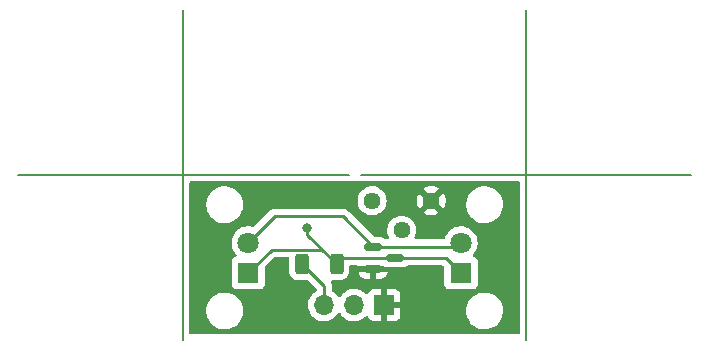
<source format=gbr>
%TF.GenerationSoftware,KiCad,Pcbnew,(6.0.4)*%
%TF.CreationDate,2024-08-12T15:42:03+08:00*%
%TF.ProjectId,laser tanks,6c617365-7220-4746-916e-6b732e6b6963,rev?*%
%TF.SameCoordinates,Original*%
%TF.FileFunction,Copper,L1,Top*%
%TF.FilePolarity,Positive*%
%FSLAX46Y46*%
G04 Gerber Fmt 4.6, Leading zero omitted, Abs format (unit mm)*
G04 Created by KiCad (PCBNEW (6.0.4)) date 2024-08-12 15:42:03*
%MOMM*%
%LPD*%
G01*
G04 APERTURE LIST*
G04 Aperture macros list*
%AMRoundRect*
0 Rectangle with rounded corners*
0 $1 Rounding radius*
0 $2 $3 $4 $5 $6 $7 $8 $9 X,Y pos of 4 corners*
0 Add a 4 corners polygon primitive as box body*
4,1,4,$2,$3,$4,$5,$6,$7,$8,$9,$2,$3,0*
0 Add four circle primitives for the rounded corners*
1,1,$1+$1,$2,$3*
1,1,$1+$1,$4,$5*
1,1,$1+$1,$6,$7*
1,1,$1+$1,$8,$9*
0 Add four rect primitives between the rounded corners*
20,1,$1+$1,$2,$3,$4,$5,0*
20,1,$1+$1,$4,$5,$6,$7,0*
20,1,$1+$1,$6,$7,$8,$9,0*
20,1,$1+$1,$8,$9,$2,$3,0*%
G04 Aperture macros list end*
%TA.AperFunction,NonConductor*%
%ADD10C,0.200000*%
%TD*%
%TA.AperFunction,ComponentPad*%
%ADD11C,1.440000*%
%TD*%
%TA.AperFunction,SMDPad,CuDef*%
%ADD12RoundRect,0.150000X-0.587500X-0.150000X0.587500X-0.150000X0.587500X0.150000X-0.587500X0.150000X0*%
%TD*%
%TA.AperFunction,ComponentPad*%
%ADD13R,1.800000X1.800000*%
%TD*%
%TA.AperFunction,ComponentPad*%
%ADD14C,1.800000*%
%TD*%
%TA.AperFunction,SMDPad,CuDef*%
%ADD15RoundRect,0.250000X-0.312500X-0.625000X0.312500X-0.625000X0.312500X0.625000X-0.312500X0.625000X0*%
%TD*%
%TA.AperFunction,ComponentPad*%
%ADD16R,1.700000X1.700000*%
%TD*%
%TA.AperFunction,ComponentPad*%
%ADD17O,1.700000X1.700000*%
%TD*%
%TA.AperFunction,ViaPad*%
%ADD18C,0.800000*%
%TD*%
%TA.AperFunction,Conductor*%
%ADD19C,0.250000*%
%TD*%
G04 APERTURE END LIST*
D10*
X100500000Y-86500000D02*
X100500000Y-114500000D01*
X114500000Y-100500000D02*
X86500000Y-100500000D01*
X129500000Y-86500000D02*
X129500000Y-114500000D01*
X143500000Y-100500000D02*
X115500000Y-100500000D01*
D11*
%TO.P,RV1,1,1*%
%TO.N,VCC*%
X116475000Y-102675000D03*
%TO.P,RV1,2,2*%
%TO.N,Net-(RV1-Pad2)*%
X118975000Y-105175000D03*
%TO.P,RV1,3,3*%
%TO.N,GND*%
X121475000Y-102675000D03*
%TD*%
D12*
%TO.P,Q3,1,B*%
%TO.N,Net-(Q1-Pad2)*%
X116562500Y-106550000D03*
%TO.P,Q3,2,E*%
%TO.N,GND*%
X116562500Y-108450000D03*
%TO.P,Q3,3,C*%
%TO.N,Net-(Q1-Pad1)*%
X118437500Y-107500000D03*
%TD*%
D13*
%TO.P,Q2,1,C*%
%TO.N,Net-(Q1-Pad1)*%
X124000000Y-108770000D03*
D14*
%TO.P,Q2,2,E*%
%TO.N,Net-(Q1-Pad2)*%
X124000000Y-106230000D03*
%TD*%
D13*
%TO.P,Q1,1,C*%
%TO.N,Net-(Q1-Pad1)*%
X106000000Y-108770000D03*
D14*
%TO.P,Q1,2,E*%
%TO.N,Net-(Q1-Pad2)*%
X106000000Y-106230000D03*
%TD*%
D15*
%TO.P,R1,1*%
%TO.N,VCC*%
X110537500Y-108000000D03*
%TO.P,R1,2*%
%TO.N,Net-(Q1-Pad1)*%
X113462500Y-108000000D03*
%TD*%
D16*
%TO.P,J1,1,Pin_1*%
%TO.N,GND*%
X117500000Y-111500000D03*
D17*
%TO.P,J1,2,Pin_2*%
%TO.N,Net-(J1-Pad2)*%
X114960000Y-111500000D03*
%TO.P,J1,3,Pin_3*%
%TO.N,VCC*%
X112420000Y-111500000D03*
%TD*%
D18*
%TO.N,Net-(Q1-Pad1)*%
X111000000Y-105000000D03*
%TD*%
D19*
%TO.N,Net-(Q1-Pad1)*%
X111000000Y-105537500D02*
X113462500Y-108000000D01*
X111000000Y-105000000D02*
X111000000Y-105537500D01*
%TO.N,Net-(Q1-Pad2)*%
X108230000Y-104000000D02*
X106000000Y-106230000D01*
X114012500Y-104000000D02*
X108230000Y-104000000D01*
X116562500Y-106550000D02*
X114012500Y-104000000D01*
%TO.N,Net-(Q1-Pad1)*%
X112262980Y-106800480D02*
X107969520Y-106800480D01*
X107969520Y-106800480D02*
X106000000Y-108770000D01*
X113462500Y-108000000D02*
X112262980Y-106800480D01*
X122730000Y-107500000D02*
X118437500Y-107500000D01*
X124000000Y-108770000D02*
X122730000Y-107500000D01*
X124185000Y-108585000D02*
X124000000Y-108770000D01*
X113962500Y-107500000D02*
X118437500Y-107500000D01*
X113462500Y-108000000D02*
X113962500Y-107500000D01*
%TO.N,VCC*%
X110537500Y-108000000D02*
X112420000Y-109882500D01*
X112420000Y-109882500D02*
X112420000Y-111500000D01*
%TO.N,Net-(Q1-Pad2)*%
X116562500Y-106550000D02*
X124495000Y-106550000D01*
%TD*%
%TA.AperFunction,Conductor*%
%TO.N,GND*%
G36*
X128933621Y-101028502D02*
G01*
X128980114Y-101082158D01*
X128991500Y-101134500D01*
X128991500Y-113865500D01*
X128971498Y-113933621D01*
X128917842Y-113980114D01*
X128865500Y-113991500D01*
X101134500Y-113991500D01*
X101066379Y-113971498D01*
X101019886Y-113917842D01*
X101008500Y-113865500D01*
X101008500Y-112054568D01*
X102437382Y-112054568D01*
X102466208Y-112303699D01*
X102467587Y-112308573D01*
X102467588Y-112308577D01*
X102515315Y-112477240D01*
X102534494Y-112545017D01*
X102536628Y-112549592D01*
X102536630Y-112549599D01*
X102638347Y-112767731D01*
X102640484Y-112772313D01*
X102643326Y-112776494D01*
X102643326Y-112776495D01*
X102778605Y-112975552D01*
X102778608Y-112975556D01*
X102781451Y-112979739D01*
X102784928Y-112983416D01*
X102784929Y-112983417D01*
X102885238Y-113089491D01*
X102953767Y-113161959D01*
X102957793Y-113165037D01*
X102957794Y-113165038D01*
X103148981Y-113311212D01*
X103148985Y-113311215D01*
X103153001Y-113314285D01*
X103374026Y-113432797D01*
X103378807Y-113434443D01*
X103378811Y-113434445D01*
X103604538Y-113512169D01*
X103611156Y-113514448D01*
X103714689Y-113532331D01*
X103854380Y-113556460D01*
X103854386Y-113556461D01*
X103858290Y-113557135D01*
X103862251Y-113557315D01*
X103862252Y-113557315D01*
X103886931Y-113558436D01*
X103886950Y-113558436D01*
X103888350Y-113558500D01*
X104063015Y-113558500D01*
X104065523Y-113558298D01*
X104065528Y-113558298D01*
X104244944Y-113543863D01*
X104244949Y-113543862D01*
X104249985Y-113543457D01*
X104254893Y-113542252D01*
X104254896Y-113542251D01*
X104488625Y-113484841D01*
X104493539Y-113483634D01*
X104498191Y-113481659D01*
X104498195Y-113481658D01*
X104719741Y-113387617D01*
X104719742Y-113387617D01*
X104724396Y-113385641D01*
X104936615Y-113252000D01*
X105124738Y-113086147D01*
X105283924Y-112892351D01*
X105410078Y-112675596D01*
X105413036Y-112667892D01*
X105485946Y-112477954D01*
X105499955Y-112441461D01*
X105507739Y-112404205D01*
X105550206Y-112200921D01*
X105551241Y-112195967D01*
X105553437Y-112147625D01*
X105557662Y-112054568D01*
X105562618Y-111945432D01*
X105533792Y-111696301D01*
X105531929Y-111689715D01*
X105466884Y-111459852D01*
X105466883Y-111459850D01*
X105465506Y-111454983D01*
X105463372Y-111450408D01*
X105463370Y-111450401D01*
X105361653Y-111232269D01*
X105361651Y-111232265D01*
X105359516Y-111227687D01*
X105356674Y-111223505D01*
X105221395Y-111024448D01*
X105221392Y-111024444D01*
X105218549Y-111020261D01*
X105117925Y-110913853D01*
X105049713Y-110841721D01*
X105046233Y-110838041D01*
X105037514Y-110831375D01*
X104851019Y-110688788D01*
X104851015Y-110688785D01*
X104846999Y-110685715D01*
X104625974Y-110567203D01*
X104621193Y-110565557D01*
X104621189Y-110565555D01*
X104393633Y-110487201D01*
X104388844Y-110485552D01*
X104285311Y-110467669D01*
X104145620Y-110443540D01*
X104145614Y-110443539D01*
X104141710Y-110442865D01*
X104137749Y-110442685D01*
X104137748Y-110442685D01*
X104113069Y-110441564D01*
X104113050Y-110441564D01*
X104111650Y-110441500D01*
X103936985Y-110441500D01*
X103934477Y-110441702D01*
X103934472Y-110441702D01*
X103755056Y-110456137D01*
X103755051Y-110456138D01*
X103750015Y-110456543D01*
X103745107Y-110457748D01*
X103745104Y-110457749D01*
X103545097Y-110506876D01*
X103506461Y-110516366D01*
X103501809Y-110518341D01*
X103501805Y-110518342D01*
X103280259Y-110612383D01*
X103275604Y-110614359D01*
X103063385Y-110748000D01*
X102875262Y-110913853D01*
X102716076Y-111107649D01*
X102589922Y-111324404D01*
X102500045Y-111558539D01*
X102448759Y-111804033D01*
X102437382Y-112054568D01*
X101008500Y-112054568D01*
X101008500Y-106195469D01*
X104587095Y-106195469D01*
X104587392Y-106200622D01*
X104587392Y-106200625D01*
X104592888Y-106295938D01*
X104600427Y-106426697D01*
X104601564Y-106431743D01*
X104601565Y-106431749D01*
X104633741Y-106574523D01*
X104651346Y-106652642D01*
X104653288Y-106657424D01*
X104653289Y-106657428D01*
X104723231Y-106829673D01*
X104738484Y-106867237D01*
X104859501Y-107064719D01*
X104862882Y-107068622D01*
X104971304Y-107193788D01*
X105000786Y-107258373D01*
X104990671Y-107328646D01*
X104944170Y-107382294D01*
X104920296Y-107394267D01*
X104864515Y-107415179D01*
X104853295Y-107419385D01*
X104736739Y-107506739D01*
X104649385Y-107623295D01*
X104598255Y-107759684D01*
X104591500Y-107821866D01*
X104591500Y-109718134D01*
X104598255Y-109780316D01*
X104649385Y-109916705D01*
X104736739Y-110033261D01*
X104853295Y-110120615D01*
X104989684Y-110171745D01*
X105051866Y-110178500D01*
X106948134Y-110178500D01*
X107010316Y-110171745D01*
X107146705Y-110120615D01*
X107263261Y-110033261D01*
X107350615Y-109916705D01*
X107401745Y-109780316D01*
X107408500Y-109718134D01*
X107408500Y-108309594D01*
X107428502Y-108241474D01*
X107445405Y-108220499D01*
X108195021Y-107470884D01*
X108257333Y-107436859D01*
X108284116Y-107433980D01*
X109340500Y-107433980D01*
X109408621Y-107453982D01*
X109455114Y-107507638D01*
X109466500Y-107559980D01*
X109466500Y-108675400D01*
X109466837Y-108678646D01*
X109466837Y-108678650D01*
X109476162Y-108768519D01*
X109477474Y-108781166D01*
X109479655Y-108787702D01*
X109479655Y-108787704D01*
X109507185Y-108870221D01*
X109533450Y-108948946D01*
X109626522Y-109099348D01*
X109751697Y-109224305D01*
X109757927Y-109228145D01*
X109757928Y-109228146D01*
X109895090Y-109312694D01*
X109902262Y-109317115D01*
X109982005Y-109343564D01*
X110063611Y-109370632D01*
X110063613Y-109370632D01*
X110070139Y-109372797D01*
X110076975Y-109373497D01*
X110076978Y-109373498D01*
X110120031Y-109377909D01*
X110174600Y-109383500D01*
X110900400Y-109383500D01*
X110903644Y-109383163D01*
X110903652Y-109383163D01*
X110953699Y-109377970D01*
X111023520Y-109390835D01*
X111055797Y-109414202D01*
X111749595Y-110108000D01*
X111783621Y-110170312D01*
X111786500Y-110197095D01*
X111786500Y-110221692D01*
X111766498Y-110289813D01*
X111718683Y-110333453D01*
X111693607Y-110346507D01*
X111689474Y-110349610D01*
X111689471Y-110349612D01*
X111545446Y-110457749D01*
X111514965Y-110480635D01*
X111481973Y-110515159D01*
X111389064Y-110612383D01*
X111360629Y-110642138D01*
X111357720Y-110646403D01*
X111357714Y-110646411D01*
X111290254Y-110745304D01*
X111234743Y-110826680D01*
X111195831Y-110910509D01*
X111142943Y-111024448D01*
X111140688Y-111029305D01*
X111080989Y-111244570D01*
X111057251Y-111466695D01*
X111057548Y-111471848D01*
X111057548Y-111471851D01*
X111062832Y-111563491D01*
X111070110Y-111689715D01*
X111071247Y-111694761D01*
X111071248Y-111694767D01*
X111085606Y-111758475D01*
X111119222Y-111907639D01*
X111203266Y-112114616D01*
X111250020Y-112190912D01*
X111317291Y-112300688D01*
X111319987Y-112305088D01*
X111466250Y-112473938D01*
X111638126Y-112616632D01*
X111831000Y-112729338D01*
X112039692Y-112809030D01*
X112044760Y-112810061D01*
X112044763Y-112810062D01*
X112152017Y-112831883D01*
X112258597Y-112853567D01*
X112263772Y-112853757D01*
X112263774Y-112853757D01*
X112476673Y-112861564D01*
X112476677Y-112861564D01*
X112481837Y-112861753D01*
X112486957Y-112861097D01*
X112486959Y-112861097D01*
X112698288Y-112834025D01*
X112698289Y-112834025D01*
X112703416Y-112833368D01*
X112708366Y-112831883D01*
X112912429Y-112770661D01*
X112912434Y-112770659D01*
X112917384Y-112769174D01*
X113117994Y-112670896D01*
X113299860Y-112541173D01*
X113458096Y-112383489D01*
X113511926Y-112308577D01*
X113588453Y-112202077D01*
X113589776Y-112203028D01*
X113636645Y-112159857D01*
X113706580Y-112147625D01*
X113772026Y-112175144D01*
X113799875Y-112206994D01*
X113859987Y-112305088D01*
X114006250Y-112473938D01*
X114178126Y-112616632D01*
X114371000Y-112729338D01*
X114579692Y-112809030D01*
X114584760Y-112810061D01*
X114584763Y-112810062D01*
X114692017Y-112831883D01*
X114798597Y-112853567D01*
X114803772Y-112853757D01*
X114803774Y-112853757D01*
X115016673Y-112861564D01*
X115016677Y-112861564D01*
X115021837Y-112861753D01*
X115026957Y-112861097D01*
X115026959Y-112861097D01*
X115238288Y-112834025D01*
X115238289Y-112834025D01*
X115243416Y-112833368D01*
X115248366Y-112831883D01*
X115452429Y-112770661D01*
X115452434Y-112770659D01*
X115457384Y-112769174D01*
X115657994Y-112670896D01*
X115839860Y-112541173D01*
X115907331Y-112473938D01*
X115948479Y-112432933D01*
X116010851Y-112399017D01*
X116081658Y-112404205D01*
X116138419Y-112446851D01*
X116155401Y-112477954D01*
X116196676Y-112588054D01*
X116205214Y-112603649D01*
X116281715Y-112705724D01*
X116294276Y-112718285D01*
X116396351Y-112794786D01*
X116411946Y-112803324D01*
X116532394Y-112848478D01*
X116547649Y-112852105D01*
X116598514Y-112857631D01*
X116605328Y-112858000D01*
X117227885Y-112858000D01*
X117243124Y-112853525D01*
X117244329Y-112852135D01*
X117246000Y-112844452D01*
X117246000Y-112839884D01*
X117754000Y-112839884D01*
X117758475Y-112855123D01*
X117759865Y-112856328D01*
X117767548Y-112857999D01*
X118394669Y-112857999D01*
X118401490Y-112857629D01*
X118452352Y-112852105D01*
X118467604Y-112848479D01*
X118588054Y-112803324D01*
X118603649Y-112794786D01*
X118705724Y-112718285D01*
X118718285Y-112705724D01*
X118794786Y-112603649D01*
X118803324Y-112588054D01*
X118848478Y-112467606D01*
X118852105Y-112452351D01*
X118857631Y-112401486D01*
X118858000Y-112394672D01*
X118858000Y-112054568D01*
X124437382Y-112054568D01*
X124466208Y-112303699D01*
X124467587Y-112308573D01*
X124467588Y-112308577D01*
X124515315Y-112477240D01*
X124534494Y-112545017D01*
X124536628Y-112549592D01*
X124536630Y-112549599D01*
X124638347Y-112767731D01*
X124640484Y-112772313D01*
X124643326Y-112776494D01*
X124643326Y-112776495D01*
X124778605Y-112975552D01*
X124778608Y-112975556D01*
X124781451Y-112979739D01*
X124784928Y-112983416D01*
X124784929Y-112983417D01*
X124885238Y-113089491D01*
X124953767Y-113161959D01*
X124957793Y-113165037D01*
X124957794Y-113165038D01*
X125148981Y-113311212D01*
X125148985Y-113311215D01*
X125153001Y-113314285D01*
X125374026Y-113432797D01*
X125378807Y-113434443D01*
X125378811Y-113434445D01*
X125604538Y-113512169D01*
X125611156Y-113514448D01*
X125714689Y-113532331D01*
X125854380Y-113556460D01*
X125854386Y-113556461D01*
X125858290Y-113557135D01*
X125862251Y-113557315D01*
X125862252Y-113557315D01*
X125886931Y-113558436D01*
X125886950Y-113558436D01*
X125888350Y-113558500D01*
X126063015Y-113558500D01*
X126065523Y-113558298D01*
X126065528Y-113558298D01*
X126244944Y-113543863D01*
X126244949Y-113543862D01*
X126249985Y-113543457D01*
X126254893Y-113542252D01*
X126254896Y-113542251D01*
X126488625Y-113484841D01*
X126493539Y-113483634D01*
X126498191Y-113481659D01*
X126498195Y-113481658D01*
X126719741Y-113387617D01*
X126719742Y-113387617D01*
X126724396Y-113385641D01*
X126936615Y-113252000D01*
X127124738Y-113086147D01*
X127283924Y-112892351D01*
X127410078Y-112675596D01*
X127413036Y-112667892D01*
X127485946Y-112477954D01*
X127499955Y-112441461D01*
X127507739Y-112404205D01*
X127550206Y-112200921D01*
X127551241Y-112195967D01*
X127553437Y-112147625D01*
X127557662Y-112054568D01*
X127562618Y-111945432D01*
X127533792Y-111696301D01*
X127531929Y-111689715D01*
X127466884Y-111459852D01*
X127466883Y-111459850D01*
X127465506Y-111454983D01*
X127463372Y-111450408D01*
X127463370Y-111450401D01*
X127361653Y-111232269D01*
X127361651Y-111232265D01*
X127359516Y-111227687D01*
X127356674Y-111223505D01*
X127221395Y-111024448D01*
X127221392Y-111024444D01*
X127218549Y-111020261D01*
X127117925Y-110913853D01*
X127049713Y-110841721D01*
X127046233Y-110838041D01*
X127037514Y-110831375D01*
X126851019Y-110688788D01*
X126851015Y-110688785D01*
X126846999Y-110685715D01*
X126625974Y-110567203D01*
X126621193Y-110565557D01*
X126621189Y-110565555D01*
X126393633Y-110487201D01*
X126388844Y-110485552D01*
X126285311Y-110467669D01*
X126145620Y-110443540D01*
X126145614Y-110443539D01*
X126141710Y-110442865D01*
X126137749Y-110442685D01*
X126137748Y-110442685D01*
X126113069Y-110441564D01*
X126113050Y-110441564D01*
X126111650Y-110441500D01*
X125936985Y-110441500D01*
X125934477Y-110441702D01*
X125934472Y-110441702D01*
X125755056Y-110456137D01*
X125755051Y-110456138D01*
X125750015Y-110456543D01*
X125745107Y-110457748D01*
X125745104Y-110457749D01*
X125545097Y-110506876D01*
X125506461Y-110516366D01*
X125501809Y-110518341D01*
X125501805Y-110518342D01*
X125280259Y-110612383D01*
X125275604Y-110614359D01*
X125063385Y-110748000D01*
X124875262Y-110913853D01*
X124716076Y-111107649D01*
X124589922Y-111324404D01*
X124500045Y-111558539D01*
X124448759Y-111804033D01*
X124437382Y-112054568D01*
X118858000Y-112054568D01*
X118858000Y-111772115D01*
X118853525Y-111756876D01*
X118852135Y-111755671D01*
X118844452Y-111754000D01*
X117772115Y-111754000D01*
X117756876Y-111758475D01*
X117755671Y-111759865D01*
X117754000Y-111767548D01*
X117754000Y-112839884D01*
X117246000Y-112839884D01*
X117246000Y-111227885D01*
X117754000Y-111227885D01*
X117758475Y-111243124D01*
X117759865Y-111244329D01*
X117767548Y-111246000D01*
X118839884Y-111246000D01*
X118855123Y-111241525D01*
X118856328Y-111240135D01*
X118857999Y-111232452D01*
X118857999Y-110605331D01*
X118857629Y-110598510D01*
X118852105Y-110547648D01*
X118848479Y-110532396D01*
X118803324Y-110411946D01*
X118794786Y-110396351D01*
X118718285Y-110294276D01*
X118705724Y-110281715D01*
X118603649Y-110205214D01*
X118588054Y-110196676D01*
X118467606Y-110151522D01*
X118452351Y-110147895D01*
X118401486Y-110142369D01*
X118394672Y-110142000D01*
X117772115Y-110142000D01*
X117756876Y-110146475D01*
X117755671Y-110147865D01*
X117754000Y-110155548D01*
X117754000Y-111227885D01*
X117246000Y-111227885D01*
X117246000Y-110160116D01*
X117241525Y-110144877D01*
X117240135Y-110143672D01*
X117232452Y-110142001D01*
X116605331Y-110142001D01*
X116598510Y-110142371D01*
X116547648Y-110147895D01*
X116532396Y-110151521D01*
X116411946Y-110196676D01*
X116396351Y-110205214D01*
X116294276Y-110281715D01*
X116281715Y-110294276D01*
X116205214Y-110396351D01*
X116196676Y-110411946D01*
X116155297Y-110522322D01*
X116112655Y-110579087D01*
X116046093Y-110603786D01*
X115976744Y-110588578D01*
X115944121Y-110562891D01*
X115893151Y-110506876D01*
X115893145Y-110506870D01*
X115889670Y-110503051D01*
X115885619Y-110499852D01*
X115885615Y-110499848D01*
X115718414Y-110367800D01*
X115718410Y-110367798D01*
X115714359Y-110364598D01*
X115709831Y-110362098D01*
X115593988Y-110298150D01*
X115518789Y-110256638D01*
X115513920Y-110254914D01*
X115513916Y-110254912D01*
X115313087Y-110183795D01*
X115313083Y-110183794D01*
X115308212Y-110182069D01*
X115303119Y-110181162D01*
X115303116Y-110181161D01*
X115093373Y-110143800D01*
X115093367Y-110143799D01*
X115088284Y-110142894D01*
X115014452Y-110141992D01*
X114870081Y-110140228D01*
X114870079Y-110140228D01*
X114864911Y-110140165D01*
X114644091Y-110173955D01*
X114431756Y-110243357D01*
X114401443Y-110259137D01*
X114257975Y-110333822D01*
X114233607Y-110346507D01*
X114229474Y-110349610D01*
X114229471Y-110349612D01*
X114085446Y-110457749D01*
X114054965Y-110480635D01*
X114021973Y-110515159D01*
X113929064Y-110612383D01*
X113900629Y-110642138D01*
X113793201Y-110799621D01*
X113738293Y-110844621D01*
X113667768Y-110852792D01*
X113604021Y-110821538D01*
X113583324Y-110797054D01*
X113502822Y-110672617D01*
X113502820Y-110672614D01*
X113500014Y-110668277D01*
X113349670Y-110503051D01*
X113345619Y-110499852D01*
X113345615Y-110499848D01*
X113178414Y-110367800D01*
X113178410Y-110367798D01*
X113174359Y-110364598D01*
X113169835Y-110362101D01*
X113169831Y-110362098D01*
X113118608Y-110333822D01*
X113068636Y-110283390D01*
X113053500Y-110223513D01*
X113053500Y-109961267D01*
X113054027Y-109950084D01*
X113055702Y-109942591D01*
X113053562Y-109874514D01*
X113053500Y-109870555D01*
X113053500Y-109842644D01*
X113052995Y-109838644D01*
X113052062Y-109826801D01*
X113050922Y-109790530D01*
X113050673Y-109782611D01*
X113045021Y-109763157D01*
X113041013Y-109743800D01*
X113039468Y-109731570D01*
X113039468Y-109731569D01*
X113038474Y-109723703D01*
X113034916Y-109714717D01*
X113022196Y-109682588D01*
X113018351Y-109671358D01*
X113008229Y-109636517D01*
X113008229Y-109636516D01*
X113006018Y-109628907D01*
X113001985Y-109622088D01*
X113001983Y-109622083D01*
X112995707Y-109611472D01*
X112987012Y-109593724D01*
X112979552Y-109574883D01*
X112975356Y-109569107D01*
X112960143Y-109500118D01*
X112984765Y-109433528D01*
X113041481Y-109390820D01*
X113093128Y-109384121D01*
X113093185Y-109383008D01*
X113096402Y-109383172D01*
X113099600Y-109383500D01*
X113825400Y-109383500D01*
X113828646Y-109383163D01*
X113828650Y-109383163D01*
X113924308Y-109373238D01*
X113924312Y-109373237D01*
X113931166Y-109372526D01*
X113937702Y-109370345D01*
X113937704Y-109370345D01*
X114069806Y-109326272D01*
X114098946Y-109316550D01*
X114249348Y-109223478D01*
X114374305Y-109098303D01*
X114467115Y-108947738D01*
X114522797Y-108779861D01*
X114529353Y-108715871D01*
X115323456Y-108715871D01*
X115364107Y-108855790D01*
X115370352Y-108870221D01*
X115446911Y-108999678D01*
X115456551Y-109012104D01*
X115562896Y-109118449D01*
X115575322Y-109128089D01*
X115704779Y-109204648D01*
X115719210Y-109210893D01*
X115865065Y-109253269D01*
X115877667Y-109255570D01*
X115906084Y-109257807D01*
X115911014Y-109258000D01*
X116290385Y-109258000D01*
X116305624Y-109253525D01*
X116306829Y-109252135D01*
X116308500Y-109244452D01*
X116308500Y-109239884D01*
X116816500Y-109239884D01*
X116820975Y-109255123D01*
X116822365Y-109256328D01*
X116830048Y-109257999D01*
X117213984Y-109257999D01*
X117218920Y-109257805D01*
X117247336Y-109255570D01*
X117259931Y-109253270D01*
X117405790Y-109210893D01*
X117420221Y-109204648D01*
X117549678Y-109128089D01*
X117562104Y-109118449D01*
X117668449Y-109012104D01*
X117678089Y-108999678D01*
X117754648Y-108870221D01*
X117760893Y-108855790D01*
X117799939Y-108721395D01*
X117799899Y-108707294D01*
X117792630Y-108704000D01*
X116834615Y-108704000D01*
X116819376Y-108708475D01*
X116818171Y-108709865D01*
X116816500Y-108717548D01*
X116816500Y-109239884D01*
X116308500Y-109239884D01*
X116308500Y-108722115D01*
X116304025Y-108706876D01*
X116302635Y-108705671D01*
X116294952Y-108704000D01*
X115338122Y-108704000D01*
X115324591Y-108707973D01*
X115323456Y-108715871D01*
X114529353Y-108715871D01*
X114533500Y-108675400D01*
X114533500Y-108259500D01*
X114553502Y-108191379D01*
X114607158Y-108144886D01*
X114659500Y-108133500D01*
X115217099Y-108133500D01*
X115285220Y-108153502D01*
X115322903Y-108191078D01*
X115323480Y-108191970D01*
X115332371Y-108196000D01*
X117445158Y-108196000D01*
X117509297Y-108213547D01*
X117586399Y-108259145D01*
X117594010Y-108261356D01*
X117594012Y-108261357D01*
X117646231Y-108276528D01*
X117746169Y-108305562D01*
X117752574Y-108306066D01*
X117752579Y-108306067D01*
X117781042Y-108308307D01*
X117781050Y-108308307D01*
X117783498Y-108308500D01*
X119091502Y-108308500D01*
X119093950Y-108308307D01*
X119093958Y-108308307D01*
X119122421Y-108306067D01*
X119122426Y-108306066D01*
X119128831Y-108305562D01*
X119228769Y-108276528D01*
X119280988Y-108261357D01*
X119280990Y-108261356D01*
X119288601Y-108259145D01*
X119368319Y-108212000D01*
X119424980Y-108178491D01*
X119424983Y-108178489D01*
X119431807Y-108174453D01*
X119437415Y-108168845D01*
X119443675Y-108163989D01*
X119444844Y-108165496D01*
X119498167Y-108136379D01*
X119524950Y-108133500D01*
X122415406Y-108133500D01*
X122483527Y-108153502D01*
X122504501Y-108170405D01*
X122554595Y-108220499D01*
X122588621Y-108282811D01*
X122591500Y-108309594D01*
X122591500Y-109718134D01*
X122598255Y-109780316D01*
X122649385Y-109916705D01*
X122736739Y-110033261D01*
X122853295Y-110120615D01*
X122989684Y-110171745D01*
X123051866Y-110178500D01*
X124948134Y-110178500D01*
X125010316Y-110171745D01*
X125146705Y-110120615D01*
X125263261Y-110033261D01*
X125350615Y-109916705D01*
X125401745Y-109780316D01*
X125408500Y-109718134D01*
X125408500Y-107821866D01*
X125401745Y-107759684D01*
X125350615Y-107623295D01*
X125263261Y-107506739D01*
X125146705Y-107419385D01*
X125138296Y-107416233D01*
X125138295Y-107416232D01*
X125079804Y-107394305D01*
X125023039Y-107351664D01*
X124998339Y-107285103D01*
X125013546Y-107215754D01*
X125035093Y-107187073D01*
X125072636Y-107149660D01*
X125072640Y-107149655D01*
X125076303Y-107146005D01*
X125211458Y-106957917D01*
X125258641Y-106862450D01*
X125311784Y-106754922D01*
X125311785Y-106754920D01*
X125314078Y-106750280D01*
X125381408Y-106528671D01*
X125411640Y-106299041D01*
X125413327Y-106230000D01*
X125397196Y-106033790D01*
X125394773Y-106004318D01*
X125394772Y-106004312D01*
X125394349Y-105999167D01*
X125357266Y-105851534D01*
X125339184Y-105779544D01*
X125339183Y-105779540D01*
X125337925Y-105774533D01*
X125335866Y-105769797D01*
X125247630Y-105566868D01*
X125247628Y-105566865D01*
X125245570Y-105562131D01*
X125119764Y-105367665D01*
X124963887Y-105196358D01*
X124959836Y-105193159D01*
X124959832Y-105193155D01*
X124786177Y-105056011D01*
X124786172Y-105056008D01*
X124782123Y-105052810D01*
X124777607Y-105050317D01*
X124777604Y-105050315D01*
X124583879Y-104943373D01*
X124583875Y-104943371D01*
X124579355Y-104940876D01*
X124574486Y-104939152D01*
X124574482Y-104939150D01*
X124365903Y-104865288D01*
X124365899Y-104865287D01*
X124361028Y-104863562D01*
X124355935Y-104862655D01*
X124355932Y-104862654D01*
X124138095Y-104823851D01*
X124138089Y-104823850D01*
X124133006Y-104822945D01*
X124060096Y-104822054D01*
X123906581Y-104820179D01*
X123906579Y-104820179D01*
X123901411Y-104820116D01*
X123672464Y-104855150D01*
X123452314Y-104927106D01*
X123447726Y-104929494D01*
X123447722Y-104929496D01*
X123312285Y-105000000D01*
X123246872Y-105034052D01*
X123242739Y-105037155D01*
X123242736Y-105037157D01*
X123217625Y-105056011D01*
X123061655Y-105173117D01*
X122901639Y-105340564D01*
X122898725Y-105344836D01*
X122898724Y-105344837D01*
X122868501Y-105389142D01*
X122771119Y-105531899D01*
X122673602Y-105741981D01*
X122672223Y-105746952D01*
X122672222Y-105746956D01*
X122662055Y-105783618D01*
X122655449Y-105807441D01*
X122650809Y-105824171D01*
X122613330Y-105884469D01*
X122549201Y-105914933D01*
X122529391Y-105916500D01*
X120182513Y-105916500D01*
X120114392Y-105896498D01*
X120067899Y-105842842D01*
X120057795Y-105772568D01*
X120068318Y-105737250D01*
X120131499Y-105601759D01*
X120131500Y-105601757D01*
X120133822Y-105596777D01*
X120143106Y-105562131D01*
X120188034Y-105394457D01*
X120188034Y-105394455D01*
X120189458Y-105389142D01*
X120208193Y-105175000D01*
X120189458Y-104960858D01*
X120164204Y-104866610D01*
X120135245Y-104758533D01*
X120135244Y-104758531D01*
X120133822Y-104753223D01*
X120121814Y-104727471D01*
X120045299Y-104563385D01*
X120045297Y-104563382D01*
X120042976Y-104558404D01*
X119919681Y-104382319D01*
X119767681Y-104230319D01*
X119591597Y-104107024D01*
X119586619Y-104104703D01*
X119586616Y-104104701D01*
X119401759Y-104018501D01*
X119401758Y-104018500D01*
X119396777Y-104016178D01*
X119391469Y-104014756D01*
X119391467Y-104014755D01*
X119194457Y-103961966D01*
X119194455Y-103961966D01*
X119189142Y-103960542D01*
X118975000Y-103941807D01*
X118760858Y-103960542D01*
X118755545Y-103961966D01*
X118755543Y-103961966D01*
X118558533Y-104014755D01*
X118558531Y-104014756D01*
X118553223Y-104016178D01*
X118548243Y-104018500D01*
X118548241Y-104018501D01*
X118363385Y-104104701D01*
X118363382Y-104104703D01*
X118358404Y-104107024D01*
X118182319Y-104230319D01*
X118030319Y-104382319D01*
X117907024Y-104558404D01*
X117904703Y-104563382D01*
X117904701Y-104563385D01*
X117828186Y-104727471D01*
X117816178Y-104753223D01*
X117814756Y-104758531D01*
X117814755Y-104758533D01*
X117785796Y-104866610D01*
X117760542Y-104960858D01*
X117741807Y-105175000D01*
X117760542Y-105389142D01*
X117761966Y-105394455D01*
X117761966Y-105394457D01*
X117806895Y-105562131D01*
X117816178Y-105596777D01*
X117818500Y-105601757D01*
X117818501Y-105601759D01*
X117881682Y-105737250D01*
X117892343Y-105807441D01*
X117863363Y-105872254D01*
X117803944Y-105911111D01*
X117767487Y-105916500D01*
X117649950Y-105916500D01*
X117581829Y-105896498D01*
X117568729Y-105885941D01*
X117568675Y-105886011D01*
X117562415Y-105881155D01*
X117556807Y-105875547D01*
X117549983Y-105871511D01*
X117549980Y-105871509D01*
X117420427Y-105794892D01*
X117420428Y-105794892D01*
X117413601Y-105790855D01*
X117405990Y-105788644D01*
X117405988Y-105788643D01*
X117341118Y-105769797D01*
X117253831Y-105744438D01*
X117247426Y-105743934D01*
X117247421Y-105743933D01*
X117218958Y-105741693D01*
X117218950Y-105741693D01*
X117216502Y-105741500D01*
X116702094Y-105741500D01*
X116633973Y-105721498D01*
X116612999Y-105704595D01*
X115578810Y-104670405D01*
X114516152Y-103607747D01*
X114508612Y-103599461D01*
X114504500Y-103592982D01*
X114454848Y-103546356D01*
X114452007Y-103543602D01*
X114432270Y-103523865D01*
X114429073Y-103521385D01*
X114420051Y-103513680D01*
X114406616Y-103501064D01*
X114387821Y-103483414D01*
X114380875Y-103479595D01*
X114380872Y-103479593D01*
X114370066Y-103473652D01*
X114353547Y-103462801D01*
X114353083Y-103462441D01*
X114337541Y-103450386D01*
X114330272Y-103447241D01*
X114330268Y-103447238D01*
X114296963Y-103432826D01*
X114286313Y-103427609D01*
X114247560Y-103406305D01*
X114227937Y-103401267D01*
X114209234Y-103394863D01*
X114197920Y-103389967D01*
X114197919Y-103389967D01*
X114190645Y-103386819D01*
X114182822Y-103385580D01*
X114182812Y-103385577D01*
X114146976Y-103379901D01*
X114135356Y-103377495D01*
X114100211Y-103368472D01*
X114100210Y-103368472D01*
X114092530Y-103366500D01*
X114072276Y-103366500D01*
X114052565Y-103364949D01*
X114040386Y-103363020D01*
X114032557Y-103361780D01*
X114003286Y-103364547D01*
X113988539Y-103365941D01*
X113976681Y-103366500D01*
X108308767Y-103366500D01*
X108297584Y-103365973D01*
X108290091Y-103364298D01*
X108282165Y-103364547D01*
X108282164Y-103364547D01*
X108222014Y-103366438D01*
X108218055Y-103366500D01*
X108190144Y-103366500D01*
X108186210Y-103366997D01*
X108186209Y-103366997D01*
X108186144Y-103367005D01*
X108174307Y-103367938D01*
X108142490Y-103368938D01*
X108138029Y-103369078D01*
X108130110Y-103369327D01*
X108112454Y-103374456D01*
X108110658Y-103374978D01*
X108091306Y-103378986D01*
X108084235Y-103379880D01*
X108071203Y-103381526D01*
X108063834Y-103384443D01*
X108063832Y-103384444D01*
X108030097Y-103397800D01*
X108018869Y-103401645D01*
X107976407Y-103413982D01*
X107969585Y-103418016D01*
X107969579Y-103418019D01*
X107958968Y-103424294D01*
X107941218Y-103432990D01*
X107929756Y-103437528D01*
X107929751Y-103437531D01*
X107922383Y-103440448D01*
X107904970Y-103453099D01*
X107886625Y-103466427D01*
X107876707Y-103472943D01*
X107865463Y-103479593D01*
X107838637Y-103495458D01*
X107824313Y-103509782D01*
X107809281Y-103522621D01*
X107792893Y-103534528D01*
X107764712Y-103568593D01*
X107756722Y-103577373D01*
X106498112Y-104835983D01*
X106435800Y-104870009D01*
X106371087Y-104865924D01*
X106370906Y-104866610D01*
X106367437Y-104865694D01*
X106366967Y-104865664D01*
X106365914Y-104865291D01*
X106365900Y-104865287D01*
X106361028Y-104863562D01*
X106355935Y-104862655D01*
X106355932Y-104862654D01*
X106138095Y-104823851D01*
X106138089Y-104823850D01*
X106133006Y-104822945D01*
X106060096Y-104822054D01*
X105906581Y-104820179D01*
X105906579Y-104820179D01*
X105901411Y-104820116D01*
X105672464Y-104855150D01*
X105452314Y-104927106D01*
X105447726Y-104929494D01*
X105447722Y-104929496D01*
X105312285Y-105000000D01*
X105246872Y-105034052D01*
X105242739Y-105037155D01*
X105242736Y-105037157D01*
X105217625Y-105056011D01*
X105061655Y-105173117D01*
X104901639Y-105340564D01*
X104898725Y-105344836D01*
X104898724Y-105344837D01*
X104868501Y-105389142D01*
X104771119Y-105531899D01*
X104673602Y-105741981D01*
X104611707Y-105965169D01*
X104587095Y-106195469D01*
X101008500Y-106195469D01*
X101008500Y-103054568D01*
X102437382Y-103054568D01*
X102437963Y-103059588D01*
X102437963Y-103059592D01*
X102441651Y-103091467D01*
X102466208Y-103303699D01*
X102467587Y-103308573D01*
X102467588Y-103308577D01*
X102529302Y-103526669D01*
X102534494Y-103545017D01*
X102536628Y-103549592D01*
X102536630Y-103549599D01*
X102626804Y-103742976D01*
X102640484Y-103772313D01*
X102643326Y-103776494D01*
X102643326Y-103776495D01*
X102778605Y-103975552D01*
X102778608Y-103975556D01*
X102781451Y-103979739D01*
X102784928Y-103983416D01*
X102784929Y-103983417D01*
X102885238Y-104089491D01*
X102953767Y-104161959D01*
X102957793Y-104165037D01*
X102957794Y-104165038D01*
X103148981Y-104311212D01*
X103148985Y-104311215D01*
X103153001Y-104314285D01*
X103374026Y-104432797D01*
X103378807Y-104434443D01*
X103378811Y-104434445D01*
X103604538Y-104512169D01*
X103611156Y-104514448D01*
X103714689Y-104532331D01*
X103854380Y-104556460D01*
X103854386Y-104556461D01*
X103858290Y-104557135D01*
X103862251Y-104557315D01*
X103862252Y-104557315D01*
X103886931Y-104558436D01*
X103886950Y-104558436D01*
X103888350Y-104558500D01*
X104063015Y-104558500D01*
X104065523Y-104558298D01*
X104065528Y-104558298D01*
X104244944Y-104543863D01*
X104244949Y-104543862D01*
X104249985Y-104543457D01*
X104254893Y-104542252D01*
X104254896Y-104542251D01*
X104488625Y-104484841D01*
X104493539Y-104483634D01*
X104498191Y-104481659D01*
X104498195Y-104481658D01*
X104719741Y-104387617D01*
X104719742Y-104387617D01*
X104724396Y-104385641D01*
X104936615Y-104252000D01*
X105124738Y-104086147D01*
X105283924Y-103892351D01*
X105410078Y-103675596D01*
X105499955Y-103441461D01*
X105503542Y-103424294D01*
X105550206Y-103200921D01*
X105551241Y-103195967D01*
X105562618Y-102945432D01*
X105533792Y-102696301D01*
X105530476Y-102684580D01*
X105527765Y-102675000D01*
X115241807Y-102675000D01*
X115260542Y-102889142D01*
X115316178Y-103096777D01*
X115407024Y-103291596D01*
X115530319Y-103467681D01*
X115682319Y-103619681D01*
X115858403Y-103742976D01*
X115863381Y-103745297D01*
X115863384Y-103745299D01*
X116047231Y-103831028D01*
X116053223Y-103833822D01*
X116058531Y-103835244D01*
X116058533Y-103835245D01*
X116255543Y-103888034D01*
X116255545Y-103888034D01*
X116260858Y-103889458D01*
X116475000Y-103908193D01*
X116689142Y-103889458D01*
X116694455Y-103888034D01*
X116694457Y-103888034D01*
X116891467Y-103835245D01*
X116891469Y-103835244D01*
X116896777Y-103833822D01*
X116902769Y-103831028D01*
X117086616Y-103745299D01*
X117086619Y-103745297D01*
X117091597Y-103742976D01*
X117147802Y-103703621D01*
X120810933Y-103703621D01*
X120820227Y-103715635D01*
X120854146Y-103739385D01*
X120863641Y-103744868D01*
X121048413Y-103831028D01*
X121058705Y-103834774D01*
X121255632Y-103887540D01*
X121266425Y-103889443D01*
X121469525Y-103907212D01*
X121480475Y-103907212D01*
X121683575Y-103889443D01*
X121694368Y-103887540D01*
X121891295Y-103834774D01*
X121901587Y-103831028D01*
X122086359Y-103744868D01*
X122095854Y-103739385D01*
X122130607Y-103715051D01*
X122138983Y-103704572D01*
X122131916Y-103691127D01*
X121487811Y-103047021D01*
X121473868Y-103039408D01*
X121472034Y-103039539D01*
X121465420Y-103043790D01*
X120817360Y-103691851D01*
X120810933Y-103703621D01*
X117147802Y-103703621D01*
X117267681Y-103619681D01*
X117419681Y-103467681D01*
X117542976Y-103291596D01*
X117633822Y-103096777D01*
X117689458Y-102889142D01*
X117707714Y-102680475D01*
X120242788Y-102680475D01*
X120260557Y-102883575D01*
X120262460Y-102894368D01*
X120315226Y-103091295D01*
X120318972Y-103101587D01*
X120405135Y-103286364D01*
X120410613Y-103295850D01*
X120434949Y-103330607D01*
X120445428Y-103338983D01*
X120458872Y-103331917D01*
X121102979Y-102687811D01*
X121109356Y-102676132D01*
X121839408Y-102676132D01*
X121839539Y-102677966D01*
X121843790Y-102684580D01*
X122491851Y-103332640D01*
X122503621Y-103339067D01*
X122515635Y-103329772D01*
X122539387Y-103295850D01*
X122544865Y-103286364D01*
X122631028Y-103101587D01*
X122634774Y-103091295D01*
X122644615Y-103054568D01*
X124437382Y-103054568D01*
X124437963Y-103059588D01*
X124437963Y-103059592D01*
X124441651Y-103091467D01*
X124466208Y-103303699D01*
X124467587Y-103308573D01*
X124467588Y-103308577D01*
X124529302Y-103526669D01*
X124534494Y-103545017D01*
X124536628Y-103549592D01*
X124536630Y-103549599D01*
X124626804Y-103742976D01*
X124640484Y-103772313D01*
X124643326Y-103776494D01*
X124643326Y-103776495D01*
X124778605Y-103975552D01*
X124778608Y-103975556D01*
X124781451Y-103979739D01*
X124784928Y-103983416D01*
X124784929Y-103983417D01*
X124885238Y-104089491D01*
X124953767Y-104161959D01*
X124957793Y-104165037D01*
X124957794Y-104165038D01*
X125148981Y-104311212D01*
X125148985Y-104311215D01*
X125153001Y-104314285D01*
X125374026Y-104432797D01*
X125378807Y-104434443D01*
X125378811Y-104434445D01*
X125604538Y-104512169D01*
X125611156Y-104514448D01*
X125714689Y-104532331D01*
X125854380Y-104556460D01*
X125854386Y-104556461D01*
X125858290Y-104557135D01*
X125862251Y-104557315D01*
X125862252Y-104557315D01*
X125886931Y-104558436D01*
X125886950Y-104558436D01*
X125888350Y-104558500D01*
X126063015Y-104558500D01*
X126065523Y-104558298D01*
X126065528Y-104558298D01*
X126244944Y-104543863D01*
X126244949Y-104543862D01*
X126249985Y-104543457D01*
X126254893Y-104542252D01*
X126254896Y-104542251D01*
X126488625Y-104484841D01*
X126493539Y-104483634D01*
X126498191Y-104481659D01*
X126498195Y-104481658D01*
X126719741Y-104387617D01*
X126719742Y-104387617D01*
X126724396Y-104385641D01*
X126936615Y-104252000D01*
X127124738Y-104086147D01*
X127283924Y-103892351D01*
X127410078Y-103675596D01*
X127499955Y-103441461D01*
X127503542Y-103424294D01*
X127550206Y-103200921D01*
X127551241Y-103195967D01*
X127562618Y-102945432D01*
X127533792Y-102696301D01*
X127530476Y-102684580D01*
X127466884Y-102459852D01*
X127466883Y-102459850D01*
X127465506Y-102454983D01*
X127463372Y-102450408D01*
X127463370Y-102450401D01*
X127361653Y-102232269D01*
X127361651Y-102232265D01*
X127359516Y-102227687D01*
X127356674Y-102223505D01*
X127221395Y-102024448D01*
X127221392Y-102024444D01*
X127218549Y-102020261D01*
X127209808Y-102011017D01*
X127049713Y-101841721D01*
X127046233Y-101838041D01*
X127042206Y-101834962D01*
X126851019Y-101688788D01*
X126851015Y-101688785D01*
X126846999Y-101685715D01*
X126795589Y-101658149D01*
X126630435Y-101569595D01*
X126625974Y-101567203D01*
X126621193Y-101565557D01*
X126621189Y-101565555D01*
X126393633Y-101487201D01*
X126388844Y-101485552D01*
X126285311Y-101467669D01*
X126145620Y-101443540D01*
X126145614Y-101443539D01*
X126141710Y-101442865D01*
X126137749Y-101442685D01*
X126137748Y-101442685D01*
X126113069Y-101441564D01*
X126113050Y-101441564D01*
X126111650Y-101441500D01*
X125936985Y-101441500D01*
X125934477Y-101441702D01*
X125934472Y-101441702D01*
X125755056Y-101456137D01*
X125755051Y-101456138D01*
X125750015Y-101456543D01*
X125745107Y-101457748D01*
X125745104Y-101457749D01*
X125513326Y-101514680D01*
X125506461Y-101516366D01*
X125501809Y-101518341D01*
X125501805Y-101518342D01*
X125381061Y-101569595D01*
X125275604Y-101614359D01*
X125063385Y-101748000D01*
X124875262Y-101913853D01*
X124716076Y-102107649D01*
X124589922Y-102324404D01*
X124500045Y-102558539D01*
X124499012Y-102563485D01*
X124499010Y-102563491D01*
X124474571Y-102680475D01*
X124448759Y-102804033D01*
X124437382Y-103054568D01*
X122644615Y-103054568D01*
X122687540Y-102894368D01*
X122689443Y-102883575D01*
X122707212Y-102680475D01*
X122707212Y-102669525D01*
X122689443Y-102466425D01*
X122687540Y-102455632D01*
X122634774Y-102258705D01*
X122631028Y-102248413D01*
X122544865Y-102063636D01*
X122539387Y-102054150D01*
X122515051Y-102019393D01*
X122504572Y-102011017D01*
X122491128Y-102018083D01*
X121847021Y-102662189D01*
X121839408Y-102676132D01*
X121109356Y-102676132D01*
X121110592Y-102673868D01*
X121110461Y-102672034D01*
X121106210Y-102665420D01*
X120458149Y-102017360D01*
X120446379Y-102010933D01*
X120434365Y-102020228D01*
X120410613Y-102054150D01*
X120405135Y-102063636D01*
X120318972Y-102248413D01*
X120315226Y-102258705D01*
X120262460Y-102455632D01*
X120260557Y-102466425D01*
X120242788Y-102669525D01*
X120242788Y-102680475D01*
X117707714Y-102680475D01*
X117708193Y-102675000D01*
X117689458Y-102460858D01*
X117633822Y-102253223D01*
X117567978Y-102112021D01*
X117545299Y-102063385D01*
X117545297Y-102063382D01*
X117542976Y-102058404D01*
X117419681Y-101882319D01*
X117267681Y-101730319D01*
X117146444Y-101645428D01*
X120811017Y-101645428D01*
X120818083Y-101658872D01*
X121462189Y-102302979D01*
X121476132Y-102310592D01*
X121477966Y-102310461D01*
X121484580Y-102306210D01*
X122132640Y-101658149D01*
X122139067Y-101646379D01*
X122129773Y-101634365D01*
X122095854Y-101610615D01*
X122086359Y-101605132D01*
X121901587Y-101518972D01*
X121891295Y-101515226D01*
X121694368Y-101462460D01*
X121683575Y-101460557D01*
X121480475Y-101442788D01*
X121469525Y-101442788D01*
X121266425Y-101460557D01*
X121255632Y-101462460D01*
X121058705Y-101515226D01*
X121048413Y-101518972D01*
X120863636Y-101605135D01*
X120854150Y-101610613D01*
X120819393Y-101634949D01*
X120811017Y-101645428D01*
X117146444Y-101645428D01*
X117091597Y-101607024D01*
X117086619Y-101604703D01*
X117086616Y-101604701D01*
X116901759Y-101518501D01*
X116901758Y-101518500D01*
X116896777Y-101516178D01*
X116891469Y-101514756D01*
X116891467Y-101514755D01*
X116694457Y-101461966D01*
X116694455Y-101461966D01*
X116689142Y-101460542D01*
X116475000Y-101441807D01*
X116260858Y-101460542D01*
X116255545Y-101461966D01*
X116255543Y-101461966D01*
X116058533Y-101514755D01*
X116058531Y-101514756D01*
X116053223Y-101516178D01*
X116048243Y-101518500D01*
X116048241Y-101518501D01*
X115863385Y-101604701D01*
X115863382Y-101604703D01*
X115858404Y-101607024D01*
X115682319Y-101730319D01*
X115530319Y-101882319D01*
X115407024Y-102058404D01*
X115404703Y-102063382D01*
X115404701Y-102063385D01*
X115382022Y-102112021D01*
X115316178Y-102253223D01*
X115260542Y-102460858D01*
X115241807Y-102675000D01*
X105527765Y-102675000D01*
X105466884Y-102459852D01*
X105466883Y-102459850D01*
X105465506Y-102454983D01*
X105463372Y-102450408D01*
X105463370Y-102450401D01*
X105361653Y-102232269D01*
X105361651Y-102232265D01*
X105359516Y-102227687D01*
X105356674Y-102223505D01*
X105221395Y-102024448D01*
X105221392Y-102024444D01*
X105218549Y-102020261D01*
X105209808Y-102011017D01*
X105049713Y-101841721D01*
X105046233Y-101838041D01*
X105042206Y-101834962D01*
X104851019Y-101688788D01*
X104851015Y-101688785D01*
X104846999Y-101685715D01*
X104795589Y-101658149D01*
X104630435Y-101569595D01*
X104625974Y-101567203D01*
X104621193Y-101565557D01*
X104621189Y-101565555D01*
X104393633Y-101487201D01*
X104388844Y-101485552D01*
X104285311Y-101467669D01*
X104145620Y-101443540D01*
X104145614Y-101443539D01*
X104141710Y-101442865D01*
X104137749Y-101442685D01*
X104137748Y-101442685D01*
X104113069Y-101441564D01*
X104113050Y-101441564D01*
X104111650Y-101441500D01*
X103936985Y-101441500D01*
X103934477Y-101441702D01*
X103934472Y-101441702D01*
X103755056Y-101456137D01*
X103755051Y-101456138D01*
X103750015Y-101456543D01*
X103745107Y-101457748D01*
X103745104Y-101457749D01*
X103513326Y-101514680D01*
X103506461Y-101516366D01*
X103501809Y-101518341D01*
X103501805Y-101518342D01*
X103381061Y-101569595D01*
X103275604Y-101614359D01*
X103063385Y-101748000D01*
X102875262Y-101913853D01*
X102716076Y-102107649D01*
X102589922Y-102324404D01*
X102500045Y-102558539D01*
X102499012Y-102563485D01*
X102499010Y-102563491D01*
X102474571Y-102680475D01*
X102448759Y-102804033D01*
X102437382Y-103054568D01*
X101008500Y-103054568D01*
X101008500Y-101134500D01*
X101028502Y-101066379D01*
X101082158Y-101019886D01*
X101134500Y-101008500D01*
X128865500Y-101008500D01*
X128933621Y-101028502D01*
G37*
%TD.AperFunction*%
%TD*%
M02*

</source>
